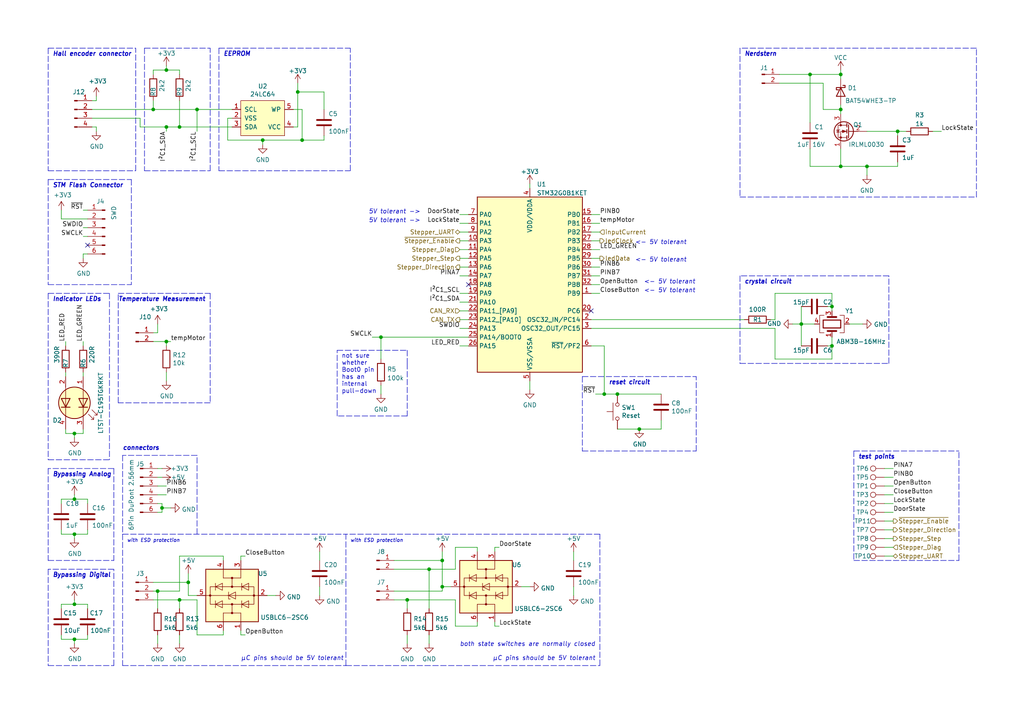
<source format=kicad_sch>
(kicad_sch (version 20211123) (generator eeschema)
  (paper "A4")
  (lib_symbols
    (symbol "Connector:Conn_01x02_Male" (pin_names (offset 1.016) hide)
      (property "Reference" "J" (at 0 2.54 0))
      (property "Value" "Conn_01x02_Male" (at 0 -5.08 0))
      (symbol "Conn_01x02_Male_1_1"
        (pin passive line (at 5.08 0 180) (length 3.81) (name "Pin_1") (number "1"))
        (pin passive line (at 5.08 -2.54 180) (length 3.81) (name "Pin_2") (number "2"))
      )
    )
    (symbol "Connector:Conn_01x03_Male" (pin_names (offset 1.016) hide)
      (property "Reference" "J" (at 0 5.08 0))
      (property "Value" "Conn_01x03_Male" (at 0 -5.08 0))
      (symbol "Conn_01x03_Male_1_1"
        (pin passive line (at 5.08 2.54 180) (length 3.81) (name "Pin_1") (number "1"))
        (pin passive line (at 5.08 0 180) (length 3.81) (name "Pin_2") (number "2"))
        (pin passive line (at 5.08 -2.54 180) (length 3.81) (name "Pin_3") (number "3"))
      )
    )
    (symbol "Connector:Conn_01x04_Male" (pin_names (offset 1.016) hide)
      (property "Reference" "J" (at 0 5.08 0))
      (property "Value" "Conn_01x04_Male" (at 0 -7.62 0))
      (symbol "Conn_01x04_Male_1_1"
        (pin passive line (at 5.08 2.54 180) (length 3.81) (name "Pin_1") (number "1"))
        (pin passive line (at 5.08 0 180) (length 3.81) (name "Pin_2") (number "2"))
        (pin passive line (at 5.08 -2.54 180) (length 3.81) (name "Pin_3") (number "3"))
        (pin passive line (at 5.08 -5.08 180) (length 3.81) (name "Pin_4") (number "4"))
      )
    )
    (symbol "Connector:Conn_01x06_Male" (pin_names (offset 1.016) hide)
      (property "Reference" "J" (at 0 7.62 0))
      (property "Value" "Conn_01x06_Male" (at 0 -10.16 0))
      (symbol "Conn_01x06_Male_1_1"
        (pin passive line (at 5.08 5.08 180) (length 3.81) (name "Pin_1") (number "1"))
        (pin passive line (at 5.08 2.54 180) (length 3.81) (name "Pin_2") (number "2"))
        (pin passive line (at 5.08 0 180) (length 3.81) (name "Pin_3") (number "3"))
        (pin passive line (at 5.08 -2.54 180) (length 3.81) (name "Pin_4") (number "4"))
        (pin passive line (at 5.08 -5.08 180) (length 3.81) (name "Pin_5") (number "5"))
        (pin passive line (at 5.08 -7.62 180) (length 3.81) (name "Pin_6") (number "6"))
      )
    )
    (symbol "Connector:TestPoint" (pin_numbers hide) (pin_names (offset 0.762) hide)
      (property "Reference" "TP" (at 0 6.858 0))
      (property "Value" "TestPoint" (at 0 5.08 0))
      (symbol "TestPoint_1_1"
        (pin passive line (at 0 0 90) (length 2.54) (name "1") (number "1"))
      )
    )
    (symbol "Device:C" (pin_numbers hide) (pin_names (offset 0.254))
      (property "Reference" "C" (at 0.635 2.54 0))
      (property "Value" "C" (at 0.635 -2.54 0))
      (symbol "C_1_1"
        (pin passive line (at 0 3.81 270) (length 2.794) (name "~") (number "1"))
        (pin passive line (at 0 -3.81 90) (length 2.794) (name "~") (number "2"))
      )
    )
    (symbol "Device:Crystal_GND24" (pin_names (offset 1.016) hide)
      (property "Reference" "Y" (at 3.175 5.08 0))
      (property "Value" "Crystal_GND24" (at 3.175 3.175 0))
      (symbol "Crystal_GND24_1_1"
        (pin passive line (at -3.81 0 0) (length 1.27) (name "1") (number "1"))
        (pin passive line (at 0 5.08 270) (length 1.27) (name "2") (number "2"))
        (pin passive line (at 3.81 0 180) (length 1.27) (name "3") (number "3"))
        (pin passive line (at 0 -5.08 90) (length 1.27) (name "4") (number "4"))
      )
    )
    (symbol "Device:D_Schottky" (pin_numbers hide) (pin_names (offset 1.016) hide)
      (property "Reference" "D" (at 0 2.54 0))
      (property "Value" "D_Schottky" (at 0 -2.54 0))
      (symbol "D_Schottky_1_1"
        (pin passive line (at -3.81 0 0) (length 2.54) (name "K") (number "1"))
        (pin passive line (at 3.81 0 180) (length 2.54) (name "A") (number "2"))
      )
    )
    (symbol "Device:LED_Dual_AAKK" (pin_names (offset 0) hide)
      (property "Reference" "D" (at 0 5.715 0))
      (property "Value" "LED_Dual_AAKK" (at 0 -6.35 0))
      (symbol "LED_Dual_AAKK_1_1"
        (pin input line (at -7.62 2.54 0) (length 3.048) (name "A1") (number "1"))
        (pin input line (at -7.62 -2.54 0) (length 3.048) (name "A2") (number "2"))
        (pin input line (at 7.62 2.54 180) (length 3.81) (name "K1") (number "3"))
        (pin input line (at 7.62 -2.54 180) (length 3.81) (name "K2") (number "4"))
      )
    )
    (symbol "Device:Q_NMOS_SGD" (pin_names (offset 0) hide)
      (property "Reference" "Q" (at 5.08 1.27 0))
      (property "Value" "Q_NMOS_SGD" (at 5.08 -1.27 0))
      (symbol "Q_NMOS_SGD_1_1"
        (pin passive line (at 2.54 -5.08 90) (length 2.54) (name "S") (number "1"))
        (pin input line (at -5.08 0 0) (length 5.08) (name "G") (number "2"))
        (pin passive line (at 2.54 5.08 270) (length 2.54) (name "D") (number "3"))
      )
    )
    (symbol "Device:R" (pin_numbers hide) (pin_names (offset 0))
      (property "Reference" "R" (at 2.032 0 90))
      (property "Value" "R" (at 0 0 90))
      (symbol "R_1_1"
        (pin passive line (at 0 3.81 270) (length 1.27) (name "~") (number "1"))
        (pin passive line (at 0 -3.81 90) (length 1.27) (name "~") (number "2"))
      )
    )
    (symbol "MCU_ST_STM32G0:STM32G071KxT"
      (property "Reference" "U" (at -15.24 26.67 0))
      (property "Value" "STM32G071KxT" (at 1.27 26.67 0))
      (symbol "STM32G071KxT_1_1"
        (pin bidirectional line (at 17.78 -2.54 180) (length 2.54) (name "PB9") (number "1"))
        (pin bidirectional line (at -17.78 12.7 0) (length 2.54) (name "PA3") (number "10"))
        (pin bidirectional line (at -17.78 10.16 0) (length 2.54) (name "PA4") (number "11"))
        (pin bidirectional line (at -17.78 7.62 0) (length 2.54) (name "PA5") (number "12"))
        (pin bidirectional line (at -17.78 5.08 0) (length 2.54) (name "PA6") (number "13"))
        (pin bidirectional line (at -17.78 2.54 0) (length 2.54) (name "PA7") (number "14"))
        (pin bidirectional line (at 17.78 20.32 180) (length 2.54) (name "PB0") (number "15"))
        (pin bidirectional line (at 17.78 17.78 180) (length 2.54) (name "PB1") (number "16"))
        (pin bidirectional line (at 17.78 15.24 180) (length 2.54) (name "PB2") (number "17"))
        (pin bidirectional line (at -17.78 0 0) (length 2.54) (name "PA8") (number "18"))
        (pin bidirectional line (at -17.78 -2.54 0) (length 2.54) (name "PA9") (number "19"))
        (pin bidirectional line (at 17.78 -10.16 180) (length 2.54) (name "OSC32_IN/PC14") (number "2"))
        (pin bidirectional line (at 17.78 -7.62 180) (length 2.54) (name "PC6") (number "20"))
        (pin bidirectional line (at -17.78 -5.08 0) (length 2.54) (name "PA10") (number "21"))
        (pin bidirectional line (at -17.78 -7.62 0) (length 2.54) (name "PA11_[PA9]") (number "22"))
        (pin bidirectional line (at -17.78 -10.16 0) (length 2.54) (name "PA12_[PA10]") (number "23"))
        (pin bidirectional line (at -17.78 -12.7 0) (length 2.54) (name "PA13") (number "24"))
        (pin bidirectional line (at -17.78 -15.24 0) (length 2.54) (name "PA14/BOOT0") (number "25"))
        (pin bidirectional line (at -17.78 -17.78 0) (length 2.54) (name "PA15") (number "26"))
        (pin bidirectional line (at 17.78 12.7 180) (length 2.54) (name "PB3") (number "27"))
        (pin bidirectional line (at 17.78 10.16 180) (length 2.54) (name "PB4") (number "28"))
        (pin bidirectional line (at 17.78 7.62 180) (length 2.54) (name "PB5") (number "29"))
        (pin bidirectional line (at 17.78 -12.7 180) (length 2.54) (name "OSC32_OUT/PC15") (number "3"))
        (pin bidirectional line (at 17.78 5.08 180) (length 2.54) (name "PB6") (number "30"))
        (pin bidirectional line (at 17.78 2.54 180) (length 2.54) (name "PB7") (number "31"))
        (pin bidirectional line (at 17.78 0 180) (length 2.54) (name "PB8") (number "32"))
        (pin power_in line (at 0 27.94 270) (length 2.54) (name "VDD/VDDA") (number "4"))
        (pin power_in line (at 0 -27.94 90) (length 2.54) (name "VSS/VSSA") (number "5"))
        (pin bidirectional line (at 17.78 -17.78 180) (length 2.54) (name "~{RST}/PF2") (number "6"))
        (pin bidirectional line (at -17.78 20.32 0) (length 2.54) (name "PA0") (number "7"))
        (pin bidirectional line (at -17.78 17.78 0) (length 2.54) (name "PA1") (number "8"))
        (pin bidirectional line (at -17.78 15.24 0) (length 2.54) (name "PA2") (number "9"))
      )
    )
    (symbol "Power_Protection:USBLC6-2SC6" (pin_names hide)
      (property "Reference" "U" (at 2.54 8.89 0))
      (property "Value" "USBLC6-2SC6" (at 2.54 -8.89 0))
      (symbol "USBLC6-2SC6_1_1"
        (pin passive line (at -10.16 -2.54 0) (length 2.54) (name "I/O1") (number "1"))
        (pin passive line (at 0 -10.16 90) (length 2.54) (name "GND") (number "2"))
        (pin passive line (at 10.16 -2.54 180) (length 2.54) (name "I/O2") (number "3"))
        (pin passive line (at 10.16 2.54 180) (length 2.54) (name "I/O2") (number "4"))
        (pin passive line (at 0 10.16 270) (length 2.54) (name "VBUS") (number "5"))
        (pin passive line (at -10.16 2.54 0) (length 2.54) (name "I/O1") (number "6"))
      )
    )
    (symbol "Switch:SW_Push" (pin_numbers hide) (pin_names (offset 1.016) hide)
      (property "Reference" "SW" (at 1.27 2.54 0))
      (property "Value" "SW_Push" (at 0 -1.524 0))
      (symbol "SW_Push_0_1"
        (pin passive line (at -5.08 0 0) (length 2.54) (name "1") (number "1"))
        (pin passive line (at 5.08 0 180) (length 2.54) (name "2") (number "2"))
      )
    )
    (symbol "extraSymbols:24LC64" (pin_names (offset 1.016))
      (property "Reference" "U?" (at 0 10.541 0))
      (property "Value" "24LC64" (at 0 8.2296 0))
      (symbol "24LC64_1_1"
        (pin input line (at -8.89 3.81 0) (length 2.54) (name "SCL") (number "1"))
        (pin power_in line (at -8.89 1.27 0) (length 2.54) (name "VSS") (number "2"))
        (pin bidirectional line (at -8.89 -1.27 0) (length 2.54) (name "SDA") (number "3"))
        (pin power_in line (at 8.89 -1.27 180) (length 2.54) (name "VCC") (number "4"))
        (pin input line (at 8.89 3.81 180) (length 2.54) (name "WP") (number "5"))
      )
    )
    (symbol "power:+3.3V" (power) (pin_names (offset 0))
      (property "Value" "+3.3V" (at 0 3.556 0))
      (symbol "+3.3V_1_1"
        (pin power_in line (at 0 0 90) (length 0) hide (name "+3V3") (number "1"))
      )
    )
    (symbol "power:+3V3" (power) (pin_names (offset 0))
      (property "Value" "+3V3" (at 0 3.556 0))
      (symbol "+3V3_1_1"
        (pin power_in line (at 0 0 90) (length 0) hide (name "+3V3") (number "1"))
      )
    )
    (symbol "power:+5V" (power) (pin_names (offset 0))
      (property "Value" "+5V" (at 0 3.556 0))
      (symbol "+5V_1_1"
        (pin power_in line (at 0 0 90) (length 0) hide (name "+5V") (number "1"))
      )
    )
    (symbol "power:GND" (power) (pin_names (offset 0))
      (property "Value" "GND" (at 0 -3.81 0))
      (symbol "GND_1_1"
        (pin power_in line (at 0 0 270) (length 0) hide (name "GND") (number "1"))
      )
    )
    (symbol "power:VCC" (power) (pin_names (offset 0))
      (property "Value" "VCC" (at 0 3.81 0))
      (symbol "VCC_1_1"
        (pin power_in line (at 0 0 90) (length 0) hide (name "VCC") (number "1"))
      )
    )
  )
  (junction (at 87.63 40.64))
  (junction (at 128.27 162.56))
  (junction (at 118.11 173.99))
  (junction (at 185.42 124.46))
  (junction (at 54.61 168.91))
  (junction (at 232.41 93.98))
  (junction (at 21.59 185.42))
  (junction (at 179.07 114.3))
  (junction (at 52.07 173.99))
  (junction (at 52.07 36.83))
  (junction (at 128.27 170.18))
  (junction (at 21.59 125.73))
  (junction (at 243.84 31.75))
  (junction (at 45.72 171.45))
  (junction (at 124.46 165.1))
  (junction (at 46.99 147.32))
  (junction (at 21.59 154.94))
  (junction (at 241.3 88.9))
  (junction (at 44.45 31.75))
  (junction (at 86.36 26.67))
  (junction (at 48.26 36.83))
  (junction (at 243.84 48.26))
  (junction (at 48.26 20.32))
  (junction (at 251.46 48.26))
  (junction (at 175.26 114.3))
  (junction (at 110.49 97.79))
  (junction (at 241.3 100.33))
  (junction (at 260.35 38.1))
  (junction (at 57.15 31.75))
  (junction (at 76.2 40.64))
  (junction (at 234.95 21.59))
  (junction (at 21.59 144.78))
  (junction (at 21.59 175.26))
  (junction (at 243.84 21.59))
  (junction (at 48.26 99.06))
  (no_connect (at 135.89 82.55))
  (no_connect (at 171.45 90.17))
  (no_connect (at 25.4 71.12))
  (wire (pts (xy 241.3 104.14) (xy 224.79 104.14)))
  (wire (pts (xy 256.54 143.51) (xy 259.08 143.51)))
  (wire (pts (xy 133.35 92.71) (xy 135.89 92.71)))
  (wire (pts (xy 153.67 110.49) (xy 153.67 113.03)))
  (wire (pts (xy 57.15 31.75) (xy 57.15 38.1)))
  (wire (pts (xy 92.71 170.18) (xy 92.71 172.72)))
  (wire (pts (xy 69.85 182.88) (xy 69.85 184.15)))
  (wire (pts (xy 44.45 99.06) (xy 48.26 99.06)))
  (polyline (pts (xy 13.97 49.53) (xy 39.37 49.53)))
  (wire (pts (xy 24.13 109.22) (xy 24.13 107.95)))
  (wire (pts (xy 256.54 161.29) (xy 259.08 161.29)))
  (wire (pts (xy 87.63 40.64) (xy 93.98 40.64)))
  (wire (pts (xy 171.45 85.09) (xy 173.99 85.09)))
  (wire (pts (xy 179.07 114.3) (xy 191.77 114.3)))
  (wire (pts (xy 124.46 165.1) (xy 124.46 176.53)))
  (polyline (pts (xy 97.79 101.6) (xy 118.11 101.6)))
  (wire (pts (xy 241.3 100.33) (xy 240.03 100.33)))
  (polyline (pts (xy 35.56 193.04) (xy 100.33 193.04)))
  (wire (pts (xy 110.49 97.79) (xy 135.89 97.79)))
  (polyline (pts (xy 13.97 133.35) (xy 31.75 133.35)))
  (wire (pts (xy 48.26 19.05) (xy 48.26 20.32)))
  (wire (pts (xy 143.51 158.75) (xy 144.78 158.75)))
  (wire (pts (xy 17.78 176.53) (xy 17.78 175.26)))
  (polyline (pts (xy 41.91 13.97) (xy 60.96 13.97)))
  (wire (pts (xy 243.84 21.59) (xy 243.84 22.86)))
  (polyline (pts (xy 97.79 120.65) (xy 97.79 101.6)))
  (polyline (pts (xy 13.97 193.04) (xy 33.02 193.04)))
  (wire (pts (xy 241.3 85.09) (xy 224.79 85.09)))
  (wire (pts (xy 25.4 185.42) (xy 21.59 185.42)))
  (wire (pts (xy 138.43 180.34) (xy 138.43 181.61)))
  (wire (pts (xy 226.06 21.59) (xy 234.95 21.59)))
  (wire (pts (xy 171.45 77.47) (xy 173.99 77.47)))
  (wire (pts (xy 52.07 29.21) (xy 52.07 36.83)))
  (polyline (pts (xy 283.21 13.97) (xy 214.63 13.97)))
  (wire (pts (xy 236.22 93.98) (xy 232.41 93.98)))
  (wire (pts (xy 251.46 48.26) (xy 243.84 48.26)))
  (polyline (pts (xy 168.91 109.22) (xy 201.93 109.22)))
  (wire (pts (xy 133.35 64.77) (xy 135.89 64.77)))
  (wire (pts (xy 44.45 96.52) (xy 45.72 96.52)))
  (wire (pts (xy 44.45 21.59) (xy 44.45 20.32)))
  (wire (pts (xy 232.41 93.98) (xy 232.41 88.9)))
  (wire (pts (xy 133.35 62.23) (xy 135.89 62.23)))
  (polyline (pts (xy 35.56 154.94) (xy 35.56 193.04)))
  (wire (pts (xy 171.45 95.25) (xy 224.79 95.25)))
  (wire (pts (xy 93.98 31.75) (xy 93.98 26.67)))
  (wire (pts (xy 45.72 93.98) (xy 45.72 96.52)))
  (polyline (pts (xy 257.81 80.01) (xy 214.63 80.01)))
  (polyline (pts (xy 35.56 154.94) (xy 100.33 154.94)))
  (polyline (pts (xy 63.5 13.97) (xy 63.5 49.53)))
  (wire (pts (xy 45.72 184.15) (xy 45.72 186.69)))
  (wire (pts (xy 171.45 72.39) (xy 173.99 72.39)))
  (wire (pts (xy 26.67 29.21) (xy 27.94 29.21)))
  (wire (pts (xy 44.45 29.21) (xy 44.45 31.75)))
  (wire (pts (xy 21.59 144.78) (xy 21.59 143.51)))
  (wire (pts (xy 166.37 170.18) (xy 166.37 172.72)))
  (wire (pts (xy 17.78 144.78) (xy 21.59 144.78)))
  (wire (pts (xy 67.31 34.29) (xy 66.04 34.29)))
  (polyline (pts (xy 63.5 13.97) (xy 101.6 13.97)))
  (polyline (pts (xy 247.65 130.81) (xy 247.65 162.56)))
  (wire (pts (xy 21.59 144.78) (xy 25.4 144.78)))
  (wire (pts (xy 87.63 31.75) (xy 87.63 40.64)))
  (wire (pts (xy 241.3 97.79) (xy 241.3 100.33)))
  (wire (pts (xy 19.05 125.73) (xy 21.59 125.73)))
  (wire (pts (xy 124.46 184.15) (xy 124.46 186.69)))
  (wire (pts (xy 46.99 147.32) (xy 46.99 148.59)))
  (polyline (pts (xy 60.96 116.84) (xy 34.29 116.84)))
  (polyline (pts (xy 33.02 165.1) (xy 13.97 165.1)))
  (polyline (pts (xy 63.5 49.53) (xy 101.6 49.53)))
  (polyline (pts (xy 173.99 154.94) (xy 100.33 154.94)))
  (wire (pts (xy 171.45 80.01) (xy 173.99 80.01)))
  (wire (pts (xy 133.35 100.33) (xy 135.89 100.33)))
  (wire (pts (xy 24.13 100.33) (xy 24.13 99.06)))
  (wire (pts (xy 17.78 185.42) (xy 21.59 185.42)))
  (wire (pts (xy 52.07 173.99) (xy 52.07 176.53)))
  (polyline (pts (xy 201.93 130.81) (xy 201.93 109.22)))
  (polyline (pts (xy 257.81 105.41) (xy 257.81 80.01)))
  (wire (pts (xy 185.42 124.46) (xy 191.77 124.46)))
  (wire (pts (xy 175.26 114.3) (xy 175.26 100.33)))
  (wire (pts (xy 52.07 173.99) (xy 57.15 173.99)))
  (wire (pts (xy 133.35 72.39) (xy 135.89 72.39)))
  (wire (pts (xy 46.99 146.05) (xy 45.72 146.05)))
  (wire (pts (xy 25.4 68.58) (xy 24.13 68.58)))
  (wire (pts (xy 69.85 161.29) (xy 71.12 161.29)))
  (wire (pts (xy 241.3 100.33) (xy 241.3 104.14)))
  (polyline (pts (xy 118.11 120.65) (xy 97.79 120.65)))
  (wire (pts (xy 21.59 173.99) (xy 21.59 175.26)))
  (polyline (pts (xy 278.13 162.56) (xy 278.13 130.81)))
  (wire (pts (xy 57.15 173.99) (xy 57.15 184.15)))
  (polyline (pts (xy 34.29 85.09) (xy 60.96 85.09)))
  (wire (pts (xy 256.54 158.75) (xy 259.08 158.75)))
  (wire (pts (xy 19.05 124.46) (xy 19.05 125.73)))
  (wire (pts (xy 260.35 48.26) (xy 251.46 48.26)))
  (wire (pts (xy 138.43 160.02) (xy 138.43 158.75)))
  (wire (pts (xy 270.51 38.1) (xy 273.05 38.1)))
  (wire (pts (xy 48.26 36.83) (xy 52.07 36.83)))
  (wire (pts (xy 241.3 88.9) (xy 241.3 85.09)))
  (polyline (pts (xy 39.37 49.53) (xy 39.37 13.97)))
  (wire (pts (xy 172.72 114.3) (xy 175.26 114.3)))
  (polyline (pts (xy 214.63 57.15) (xy 283.21 57.15)))
  (polyline (pts (xy 35.56 132.08) (xy 35.56 154.94)))
  (wire (pts (xy 241.3 90.17) (xy 241.3 88.9)))
  (wire (pts (xy 26.67 34.29) (xy 40.64 34.29)))
  (wire (pts (xy 243.84 21.59) (xy 243.84 20.32)))
  (wire (pts (xy 256.54 156.21) (xy 259.08 156.21)))
  (wire (pts (xy 226.06 24.13) (xy 238.76 24.13)))
  (wire (pts (xy 128.27 162.56) (xy 128.27 170.18)))
  (wire (pts (xy 250.19 93.98) (xy 246.38 93.98)))
  (polyline (pts (xy 214.63 80.01) (xy 214.63 105.41)))
  (wire (pts (xy 128.27 171.45) (xy 128.27 170.18)))
  (wire (pts (xy 86.36 24.13) (xy 86.36 26.67)))
  (wire (pts (xy 21.59 127) (xy 21.59 125.73)))
  (wire (pts (xy 76.2 40.64) (xy 76.2 41.91)))
  (wire (pts (xy 243.84 33.02) (xy 243.84 31.75)))
  (wire (pts (xy 64.77 182.88) (xy 64.77 184.15)))
  (polyline (pts (xy 33.02 193.04) (xy 33.02 165.1)))
  (wire (pts (xy 17.78 60.96) (xy 17.78 63.5)))
  (polyline (pts (xy 118.11 101.6) (xy 118.11 105.41)))
  (polyline (pts (xy 13.97 135.89) (xy 13.97 162.56)))
  (wire (pts (xy 54.61 168.91) (xy 54.61 166.37)))
  (wire (pts (xy 133.35 67.31) (xy 135.89 67.31)))
  (wire (pts (xy 45.72 171.45) (xy 45.72 176.53)))
  (polyline (pts (xy 34.29 116.84) (xy 34.29 85.09)))
  (wire (pts (xy 171.45 74.93) (xy 173.99 74.93)))
  (wire (pts (xy 54.61 168.91) (xy 54.61 172.72)))
  (wire (pts (xy 153.67 53.34) (xy 153.67 54.61)))
  (wire (pts (xy 179.07 124.46) (xy 185.42 124.46)))
  (wire (pts (xy 133.35 85.09) (xy 135.89 85.09)))
  (wire (pts (xy 25.4 144.78) (xy 25.4 146.05)))
  (wire (pts (xy 27.94 36.83) (xy 27.94 38.1)))
  (polyline (pts (xy 13.97 85.09) (xy 31.75 85.09)))
  (wire (pts (xy 21.59 154.94) (xy 21.59 156.21)))
  (wire (pts (xy 25.4 184.15) (xy 25.4 185.42)))
  (wire (pts (xy 21.59 175.26) (xy 25.4 175.26)))
  (polyline (pts (xy 13.97 82.55) (xy 38.1 82.55)))
  (polyline (pts (xy 168.91 109.22) (xy 168.91 130.81)))
  (polyline (pts (xy 33.02 135.89) (xy 13.97 135.89)))
  (wire (pts (xy 143.51 160.02) (xy 143.51 158.75)))
  (wire (pts (xy 17.78 175.26) (xy 21.59 175.26)))
  (wire (pts (xy 48.26 99.06) (xy 48.26 100.33)))
  (wire (pts (xy 44.45 173.99) (xy 52.07 173.99)))
  (wire (pts (xy 107.95 97.79) (xy 110.49 97.79)))
  (wire (pts (xy 124.46 165.1) (xy 132.08 165.1)))
  (wire (pts (xy 256.54 148.59) (xy 259.08 148.59)))
  (wire (pts (xy 45.72 138.43) (xy 46.99 138.43)))
  (wire (pts (xy 25.4 154.94) (xy 25.4 153.67)))
  (wire (pts (xy 48.26 20.32) (xy 52.07 20.32)))
  (polyline (pts (xy 60.96 85.09) (xy 60.96 116.84)))
  (wire (pts (xy 138.43 181.61) (xy 132.08 181.61)))
  (wire (pts (xy 262.89 38.1) (xy 260.35 38.1)))
  (polyline (pts (xy 283.21 57.15) (xy 283.21 13.97)))
  (wire (pts (xy 171.45 67.31) (xy 173.99 67.31)))
  (wire (pts (xy 44.45 171.45) (xy 45.72 171.45)))
  (wire (pts (xy 52.07 20.32) (xy 52.07 21.59)))
  (wire (pts (xy 133.35 95.25) (xy 135.89 95.25)))
  (wire (pts (xy 243.84 30.48) (xy 243.84 31.75)))
  (wire (pts (xy 133.35 90.17) (xy 135.89 90.17)))
  (wire (pts (xy 17.78 144.78) (xy 17.78 146.05)))
  (wire (pts (xy 66.04 34.29) (xy 66.04 40.64)))
  (wire (pts (xy 110.49 111.76) (xy 110.49 114.3)))
  (polyline (pts (xy 57.15 154.94) (xy 57.15 132.08)))
  (wire (pts (xy 256.54 153.67) (xy 259.08 153.67)))
  (wire (pts (xy 52.07 161.29) (xy 52.07 171.45)))
  (wire (pts (xy 40.64 34.29) (xy 40.64 36.83)))
  (polyline (pts (xy 247.65 130.81) (xy 278.13 130.81)))
  (wire (pts (xy 69.85 162.56) (xy 69.85 161.29)))
  (wire (pts (xy 243.84 43.18) (xy 243.84 48.26)))
  (wire (pts (xy 224.79 85.09) (xy 224.79 92.71)))
  (polyline (pts (xy 60.96 49.53) (xy 60.96 13.97)))
  (polyline (pts (xy 100.33 193.04) (xy 173.99 193.04)))
  (wire (pts (xy 44.45 20.32) (xy 48.26 20.32)))
  (wire (pts (xy 49.53 99.06) (xy 48.26 99.06)))
  (wire (pts (xy 175.26 100.33) (xy 171.45 100.33)))
  (wire (pts (xy 57.15 172.72) (xy 54.61 172.72)))
  (wire (pts (xy 130.81 170.18) (xy 128.27 170.18)))
  (wire (pts (xy 234.95 48.26) (xy 234.95 43.18)))
  (wire (pts (xy 25.4 60.96) (xy 24.13 60.96)))
  (polyline (pts (xy 41.91 49.53) (xy 60.96 49.53)))
  (wire (pts (xy 71.12 184.15) (xy 69.85 184.15)))
  (wire (pts (xy 86.36 26.67) (xy 86.36 36.83)))
  (polyline (pts (xy 168.91 130.81) (xy 201.93 130.81)))
  (wire (pts (xy 256.54 140.97) (xy 259.08 140.97)))
  (wire (pts (xy 44.45 168.91) (xy 54.61 168.91)))
  (wire (pts (xy 151.13 170.18) (xy 153.67 170.18)))
  (wire (pts (xy 256.54 138.43) (xy 259.08 138.43)))
  (wire (pts (xy 132.08 158.75) (xy 132.08 165.1)))
  (wire (pts (xy 77.47 172.72) (xy 80.01 172.72)))
  (wire (pts (xy 114.3 171.45) (xy 128.27 171.45)))
  (polyline (pts (xy 173.99 193.04) (xy 173.99 154.94)))
  (wire (pts (xy 44.45 31.75) (xy 57.15 31.75)))
  (wire (pts (xy 232.41 93.98) (xy 229.87 93.98)))
  (wire (pts (xy 238.76 31.75) (xy 243.84 31.75)))
  (wire (pts (xy 171.45 64.77) (xy 173.99 64.77)))
  (wire (pts (xy 256.54 146.05) (xy 259.08 146.05)))
  (wire (pts (xy 40.64 36.83) (xy 48.26 36.83)))
  (wire (pts (xy 118.11 184.15) (xy 118.11 186.69)))
  (polyline (pts (xy 33.02 135.89) (xy 33.02 162.56)))
  (wire (pts (xy 133.35 69.85) (xy 135.89 69.85)))
  (wire (pts (xy 133.35 77.47) (xy 135.89 77.47)))
  (polyline (pts (xy 247.65 162.56) (xy 278.13 162.56)))
  (wire (pts (xy 92.71 160.02) (xy 92.71 162.56)))
  (wire (pts (xy 238.76 24.13) (xy 238.76 31.75)))
  (wire (pts (xy 118.11 173.99) (xy 132.08 173.99)))
  (wire (pts (xy 17.78 63.5) (xy 25.4 63.5)))
  (polyline (pts (xy 13.97 162.56) (xy 33.02 162.56)))
  (wire (pts (xy 260.35 46.99) (xy 260.35 48.26)))
  (wire (pts (xy 21.59 125.73) (xy 24.13 125.73)))
  (polyline (pts (xy 101.6 49.53) (xy 101.6 13.97)))
  (wire (pts (xy 260.35 38.1) (xy 260.35 39.37)))
  (wire (pts (xy 114.3 162.56) (xy 128.27 162.56)))
  (polyline (pts (xy 57.15 132.08) (xy 35.56 132.08)))
  (wire (pts (xy 76.2 40.64) (xy 87.63 40.64)))
  (wire (pts (xy 64.77 162.56) (xy 64.77 161.29)))
  (wire (pts (xy 48.26 36.83) (xy 48.26 38.1)))
  (wire (pts (xy 21.59 154.94) (xy 25.4 154.94)))
  (wire (pts (xy 114.3 173.99) (xy 118.11 173.99)))
  (wire (pts (xy 26.67 31.75) (xy 44.45 31.75)))
  (wire (pts (xy 171.45 82.55) (xy 173.99 82.55)))
  (wire (pts (xy 25.4 66.04) (xy 24.13 66.04)))
  (wire (pts (xy 85.09 36.83) (xy 86.36 36.83)))
  (polyline (pts (xy 100.33 193.04) (xy 100.33 154.94)))
  (wire (pts (xy 25.4 73.66) (xy 24.13 73.66)))
  (wire (pts (xy 52.07 36.83) (xy 67.31 36.83)))
  (wire (pts (xy 133.35 74.93) (xy 135.89 74.93)))
  (wire (pts (xy 223.52 92.71) (xy 224.79 92.71)))
  (wire (pts (xy 45.72 140.97) (xy 48.26 140.97)))
  (wire (pts (xy 232.41 100.33) (xy 232.41 93.98)))
  (wire (pts (xy 251.46 38.1) (xy 260.35 38.1)))
  (wire (pts (xy 191.77 124.46) (xy 191.77 121.92)))
  (polyline (pts (xy 13.97 52.07) (xy 38.1 52.07)))
  (polyline (pts (xy 41.91 13.97) (xy 41.91 49.53)))
  (wire (pts (xy 234.95 21.59) (xy 234.95 35.56)))
  (wire (pts (xy 224.79 104.14) (xy 224.79 95.25)))
  (wire (pts (xy 144.78 181.61) (xy 143.51 181.61)))
  (polyline (pts (xy 13.97 52.07) (xy 13.97 82.55)))
  (wire (pts (xy 133.35 80.01) (xy 135.89 80.01)))
  (polyline (pts (xy 31.75 85.09) (xy 31.75 133.35)))
  (polyline (pts (xy 38.1 52.07) (xy 38.1 82.55)))
  (polyline (pts (xy 13.97 85.09) (xy 13.97 133.35)))
  (polyline (pts (xy 13.97 13.97) (xy 39.37 13.97)))
  (wire (pts (xy 19.05 109.22) (xy 19.05 107.95)))
  (wire (pts (xy 114.3 165.1) (xy 124.46 165.1)))
  (wire (pts (xy 256.54 135.89) (xy 259.08 135.89)))
  (polyline (pts (xy 214.63 105.41) (xy 257.81 105.41)))
  (wire (pts (xy 45.72 171.45) (xy 52.07 171.45)))
  (wire (pts (xy 171.45 62.23) (xy 173.99 62.23)))
  (wire (pts (xy 241.3 88.9) (xy 240.03 88.9)))
  (wire (pts (xy 66.04 40.64) (xy 76.2 40.64)))
  (wire (pts (xy 21.59 185.42) (xy 21.59 186.69)))
  (polyline (pts (xy 118.11 105.41) (xy 118.11 120.65)))
  (wire (pts (xy 27.94 29.21) (xy 27.94 27.94)))
  (wire (pts (xy 17.78 154.94) (xy 21.59 154.94)))
  (wire (pts (xy 93.98 40.64) (xy 93.98 39.37)))
  (wire (pts (xy 85.09 31.75) (xy 87.63 31.75)))
  (wire (pts (xy 25.4 176.53) (xy 25.4 175.26)))
  (polyline (pts (xy 13.97 165.1) (xy 13.97 193.04)))
  (wire (pts (xy 24.13 73.66) (xy 24.13 74.93)))
  (wire (pts (xy 171.45 69.85) (xy 173.99 69.85)))
  (wire (pts (xy 45.72 143.51) (xy 48.26 143.51)))
  (wire (pts (xy 19.05 100.33) (xy 19.05 99.06)))
  (wire (pts (xy 132.08 173.99) (xy 132.08 181.61)))
  (wire (pts (xy 143.51 180.34) (xy 143.51 181.61)))
  (wire (pts (xy 46.99 147.32) (xy 49.53 147.32)))
  (wire (pts (xy 52.07 184.15) (xy 52.07 186.69)))
  (wire (pts (xy 166.37 160.02) (xy 166.37 162.56)))
  (wire (pts (xy 46.99 148.59) (xy 45.72 148.59)))
  (wire (pts (xy 171.45 92.71) (xy 215.9 92.71)))
  (wire (pts (xy 17.78 154.94) (xy 17.78 153.67)))
  (wire (pts (xy 234.95 48.26) (xy 243.84 48.26)))
  (wire (pts (xy 26.67 36.83) (xy 27.94 36.83)))
  (wire (pts (xy 48.26 107.95) (xy 48.26 110.49)))
  (wire (pts (xy 64.77 184.15) (xy 57.15 184.15)))
  (wire (pts (xy 128.27 162.56) (xy 128.27 160.02)))
  (wire (pts (xy 133.35 87.63) (xy 135.89 87.63)))
  (wire (pts (xy 175.26 114.3) (xy 179.07 114.3)))
  (wire (pts (xy 251.46 48.26) (xy 251.46 50.8)))
  (wire (pts (xy 132.08 158.75) (xy 138.43 158.75)))
  (polyline (pts (xy 214.63 13.97) (xy 214.63 57.15)))
  (wire (pts (xy 24.13 125.73) (xy 24.13 124.46)))
  (wire (pts (xy 52.07 161.29) (xy 64.77 161.29)))
  (wire (pts (xy 93.98 26.67) (xy 86.36 26.67)))
  (wire (pts (xy 234.95 21.59) (xy 243.84 21.59)))
  (wire (pts (xy 256.54 151.13) (xy 259.08 151.13)))
  (wire (pts (xy 17.78 185.42) (xy 17.78 184.15)))
  (wire (pts (xy 118.11 173.99) (xy 118.11 176.53)))
  (polyline (pts (xy 13.97 13.97) (xy 13.97 49.53)))
  (wire (pts (xy 45.72 135.89) (xy 46.99 135.89)))
  (wire (pts (xy 110.49 97.79) (xy 110.49 104.14)))
  (wire (pts (xy 46.99 146.05) (xy 46.99 147.32)))
  (wire (pts (xy 57.15 31.75) (xy 67.31 31.75)))
  (text "5V tolerant ->" (at 121.92 62.23 180) (effects (font (size 1.27 1.27) italic) (justify right bottom)))
  (text "crystal circuit" (at 215.9 82.55 0) (effects (font (size 1.27 1.27) bold italic) (justify left bottom)))
  (text "µC pins should be 5V tolerant" (at 69.85 191.77 0) (effects (font (size 1.27 1.27) italic) (justify left bottom)))
  (text "Bypassing Digital" (at 15.24 167.64 0) (effects (font (size 1.27 1.27) (thickness 0.254) bold italic) (justify left bottom)))
  (text "Nerdstern" (at 215.9 16.51 0) (effects (font (size 1.27 1.27) bold italic) (justify left bottom)))
  (text "Bypassing Analog" (at 15.24 138.43 0) (effects (font (size 1.27 1.27) (thickness 0.254) bold italic) (justify left bottom)))
  (text "reset circuit" (at 176.53 111.76 0) (effects (font (size 1.27 1.27) bold italic) (justify left bottom)))
  (text "not sure \nwhether \nBoot0 pin\nhas an\ninternal \npull-down" (at 99.06 114.3 0) (effects (font (size 1.27 1.27)) (justify left bottom)))
  (text "test points" (at 248.92 133.35 0) (effects (font (size 1.27 1.27) (thickness 0.254) bold italic) (justify left bottom)))
  (text "<- 5V tolerant" (at 184.15 76.2 0) (effects (font (size 1.27 1.27) italic) (justify left bottom)))
  (text "5V tolerant ->" (at 121.92 64.77 180) (effects (font (size 1.27 1.27) italic) (justify right bottom)))
  (text "with ESD protection" (at 36.83 157.48 0) (effects (font (size 1.016 1.016) italic) (justify left bottom)))
  (text "Indicator LEDs" (at 15.24 87.63 0) (effects (font (size 1.27 1.27) (thickness 0.254) bold italic) (justify left bottom)))
  (text "Hall encoder connector" (at 15.24 16.51 0) (effects (font (size 1.27 1.27) (thickness 0.254) bold italic) (justify left bottom)))
  (text "<- 5V tolerant" (at 186.69 85.09 0) (effects (font (size 1.27 1.27) italic) (justify left bottom)))
  (text "both state switches are normally closed\n\nµC pins should be 5V tolerant" (at 172.72 191.77 0) (effects (font (size 1.27 1.27) italic) (justify right bottom)))
  (text "with ESD protection" (at 101.6 157.48 0) (effects (font (size 1.016 1.016) italic) (justify left bottom)))
  (text "connectors" (at 35.56 130.81 0) (effects (font (size 1.27 1.27) (thickness 0.254) bold italic) (justify left bottom)))
  (text "<- 5V tolerant" (at 186.69 82.55 0) (effects (font (size 1.27 1.27) italic) (justify left bottom)))
  (text "<- 5V tolerant" (at 184.15 71.12 0) (effects (font (size 1.27 1.27) italic) (justify left bottom)))
  (text "EEPROM" (at 64.77 16.51 0) (effects (font (size 1.27 1.27) (thickness 0.254) bold italic) (justify left bottom)))
  (text "Temperature Measurement" (at 34.29 87.63 0) (effects (font (size 1.27 1.27) (thickness 0.254) bold italic) (justify left bottom)))
  (text "STM Flash Connector" (at 15.24 54.61 0) (effects (font (size 1.27 1.27) (thickness 0.254) bold italic) (justify left bottom)))
  (label "CloseButton" (at 259.08 143.51 0))
  (label "LED_RED" (at 133.35 100.33 180))
  (label "PINA7" (at 133.35 80.01 180))
  (label "tempMotor" (at 49.53 99.06 0))
  (label "~{RST}" (at 24.13 60.96 180))
  (label "LockState" (at 133.35 64.77 180))
  (label "LED_RED" (at 19.05 99.06 90))
  (label "SWCLK" (at 107.95 97.79 180))
  (label "SWCLK" (at 24.13 68.58 180))
  (label "LED_GREEN" (at 173.99 72.39 0))
  (label "OpenButton" (at 71.12 184.15 0))
  (label "LockState" (at 259.08 146.05 0))
  (label "PINB0" (at 173.99 62.23 0))
  (label "PINB0" (at 259.08 138.43 0))
  (label "LockState" (at 144.78 181.61 0))
  (label "OpenButton" (at 259.08 140.97 0))
  (label "I²C1_SDA" (at 133.35 87.63 180))
  (label "I²C1_SCL" (at 133.35 85.09 180))
  (label "I²C1_SCL" (at 57.15 38.1 270))
  (label "LockState" (at 273.05 38.1 0))
  (label "DoorState" (at 133.35 62.23 180))
  (label "DoorState" (at 144.78 158.75 0))
  (label "PINB6" (at 173.99 77.47 0))
  (label "~{RST}" (at 172.72 114.3 180))
  (label "SWDIO" (at 24.13 66.04 180))
  (label "PINB7" (at 48.26 143.51 0))
  (label "PINA7" (at 259.08 135.89 0))
  (label "CloseButton" (at 173.99 85.09 0))
  (label "LED_GREEN" (at 24.13 99.06 90))
  (label "tempMotor" (at 173.99 64.77 0))
  (label "CloseButton" (at 71.12 161.29 0))
  (label "DoorState" (at 259.08 148.59 0))
  (label "I²C1_SDA" (at 48.26 38.1 270))
  (label "SWDIO" (at 133.35 95.25 180))
  (label "PINB7" (at 173.99 80.01 0))
  (label "OpenButton" (at 173.99 82.55 0))
  (label "PINB6" (at 48.26 140.97 0))
  (hierarchical_label "ledClock" (shape output) (at 173.99 69.85 0))
  (hierarchical_label "ledData" (shape output) (at 173.99 74.93 0))
  (hierarchical_label "inputCurrent" (shape input) (at 173.99 67.31 0))
  (hierarchical_label "CAN_RX" (shape input) (at 133.35 90.17 180))
  (hierarchical_label "~{Stepper_Enable}" (shape output) (at 259.08 151.13 0))
  (hierarchical_label "Stepper_Diag" (shape input) (at 259.08 158.75 0))
  (hierarchical_label "Stepper_Step" (shape output) (at 259.08 156.21 0))
  (hierarchical_label "Stepper_Direction" (shape output) (at 259.08 153.67 0))
  (hierarchical_label "Stepper_Diag" (shape input) (at 133.35 72.39 180))
  (hierarchical_label "Stepper_UART" (shape bidirectional) (at 259.08 161.29 0))
  (hierarchical_label "Stepper_Direction" (shape output) (at 133.35 77.47 180))
  (hierarchical_label "CAN_TX" (shape output) (at 133.35 92.71 180))
  (hierarchical_label "Stepper_Step" (shape output) (at 133.35 74.93 180))
  (hierarchical_label "~{Stepper_Enable}" (shape output) (at 133.35 69.85 180))
  (hierarchical_label "Stepper_UART" (shape bidirectional) (at 133.35 67.31 180))
  (symbol (lib_id "Device:R") (at 219.71 92.71 90) (mirror x) (unit 1)
    (property "Reference" "R1" (at 219.71 92.71 90))
    (property "Value" "100R" (at 219.71 89.7636 90))
    (property "Footprint" "Resistor_SMD:R_0603_1608Metric" (effects hide))
  )
  (symbol (lib_id "Device:R") (at 48.26 104.14 0) (unit 1)
    (property "Reference" "R12" (at 50.038 102.9716 0) (effects (justify left)))
    (property "Value" "10k" (at 50.038 105.283 0) (effects (justify left)))
    (property "Footprint" "Resistor_SMD:R_0603_1608Metric" (effects hide))
  )
  (symbol (lib_id "power:GND") (at 48.26 110.49 0) (unit 1)
    (property "Reference" "#PWR036" (effects hide))
    (property "Value" "GND" (at 48.387 114.8842 0))
  )
  (symbol (lib_id "Connector:Conn_01x02_Male") (at 39.37 96.52 0) (unit 1)
    (property "Reference" "J10" (at 42.1132 91.9226 0))
    (property "Value" "MotorNTC" (effects hide))
    (property "Footprint" "Connector_Molex:Molex_PicoBlade_53047-0210_1x02_P1.25mm_Vertical" (effects hide))
  )
  (symbol (lib_id "power:+3V3") (at 45.72 93.98 0) (unit 1)
    (property "Reference" "#PWR033" (effects hide))
    (property "Value" "+3V3" (at 46.101 89.5858 0))
  )
  (symbol (lib_id "Device:C") (at 191.77 118.11 0) (unit 1)
    (property "Reference" "C8" (at 194.691 116.9416 0) (effects (justify left)))
    (property "Value" "100nF" (at 194.691 119.253 0) (effects (justify left)))
    (property "Footprint" "Capacitor_SMD:C_0603_1608Metric" (effects hide))
  )
  (symbol (lib_id "Switch:SW_Push") (at 179.07 119.38 90) (unit 1)
    (property "Reference" "SW1" (at 180.2892 118.2116 90) (effects (justify right)))
    (property "Value" "Reset" (at 180.2892 120.523 90) (effects (justify right)))
    (property "Footprint" "extraFootprints:PTS636_F-leads" (effects hide))
  )
  (symbol (lib_id "Device:Crystal_GND24") (at 241.3 93.98 270) (mirror x) (unit 1)
    (property "Reference" "Y1" (at 245.11 90.17 90) (effects (justify left)))
    (property "Value" "ABM3B-16MHz" (at 242.57 99.06 90) (effects (justify left)))
    (property "Footprint" "Crystal:Crystal_SMD_Abracon_ABM3B-4Pin_5.0x3.2mm" (effects hide))
  )
  (symbol (lib_id "Device:C") (at 236.22 88.9 90) (mirror x) (unit 1)
    (property "Reference" "C2" (at 240.03 87.63 90))
    (property "Value" "15pF" (at 232.41 87.63 90))
    (property "Footprint" "Capacitor_SMD:C_0603_1608Metric" (effects hide))
  )
  (symbol (lib_id "Device:C") (at 236.22 100.33 90) (mirror x) (unit 1)
    (property "Reference" "C6" (at 240.03 101.6 90))
    (property "Value" "15pF" (at 232.41 101.6 90))
    (property "Footprint" "Capacitor_SMD:C_0603_1608Metric" (effects hide))
  )
  (symbol (lib_id "Device:C") (at 25.4 180.34 180) (unit 1)
    (property "Reference" "C17" (at 27.94 177.8 0))
    (property "Value" "100nF" (at 29.21 182.88 0))
    (property "Footprint" "Capacitor_SMD:C_0603_1608Metric" (effects hide))
  )
  (symbol (lib_id "power:+3V3") (at 21.59 173.99 0) (unit 1)
    (property "Reference" "#PWR054" (effects hide))
    (property "Value" "+3V3" (at 21.59 170.18 0))
  )
  (symbol (lib_id "Device:C") (at 17.78 149.86 0) (unit 1)
    (property "Reference" "C18" (at 19.05 146.05 0) (effects (justify left)))
    (property "Value" "1uF" (at 19.05 152.4 0) (effects (justify left)))
    (property "Footprint" "Capacitor_SMD:C_0603_1608Metric" (effects hide))
  )
  (symbol (lib_id "Device:C") (at 25.4 149.86 0) (unit 1)
    (property "Reference" "C16" (at 26.67 147.32 0) (effects (justify left)))
    (property "Value" "100nF" (at 26.67 152.4 0) (effects (justify left)))
    (property "Footprint" "Capacitor_SMD:C_0603_1608Metric" (effects hide))
  )
  (symbol (lib_id "Device:C") (at 17.78 180.34 180) (unit 1)
    (property "Reference" "C15" (at 20.32 177.8 0))
    (property "Value" "10uF" (at 20.955 182.88 0))
    (property "Footprint" "Capacitor_SMD:C_1206_3216Metric" (effects hide))
  )
  (symbol (lib_id "power:+3.3V") (at 17.78 60.96 0) (unit 1)
    (property "Reference" "#PWR031" (effects hide))
    (property "Value" "+3.3V" (at 18.161 56.5658 0))
  )
  (symbol (lib_id "Connector:Conn_01x06_Male") (at 30.48 66.04 0) (mirror y) (unit 1)
    (property "Reference" "J4" (at 27.94 58.42 0) (effects (justify right)))
    (property "Value" "SWD" (at 33.02 59.69 90) (effects (justify right)))
    (property "Footprint" "Connector_Molex:Molex_PicoBlade_53047-0610_1x06_P1.25mm_Vertical" (effects hide))
  )
  (symbol (lib_id "power:GND") (at 24.13 74.93 0) (unit 1)
    (property "Reference" "#PWR032" (effects hide))
    (property "Value" "GND" (at 24.257 79.3242 0))
  )
  (symbol (lib_id "Device:R") (at 19.05 104.14 0) (unit 1)
    (property "Reference" "R7" (at 19.05 106.68 90) (effects (justify left)))
    (property "Value" "390R" (at 16.51 105.41 90) (effects (justify left)))
    (property "Footprint" "Resistor_SMD:R_0603_1608Metric" (effects hide))
  )
  (symbol (lib_id "Device:R") (at 24.13 104.14 0) (unit 1)
    (property "Reference" "R6" (at 24.13 106.68 90) (effects (justify left)))
    (property "Value" "220R" (at 26.67 105.41 90) (effects (justify left)))
    (property "Footprint" "Resistor_SMD:R_0603_1608Metric" (effects hide))
  )
  (symbol (lib_id "power:GND") (at 21.59 127 0) (unit 1)
    (property "Reference" "#PWR040" (effects hide))
    (property "Value" "GND" (at 21.717 131.3942 0))
  )
  (symbol (lib_id "Device:R") (at 52.07 25.4 0) (unit 1)
    (property "Reference" "R9" (at 52.07 27.94 90) (effects (justify left)))
    (property "Value" "2k2" (at 54.61 26.67 90) (effects (justify left)))
    (property "Footprint" "Resistor_SMD:R_0603_1608Metric" (effects hide))
  )
  (symbol (lib_id "Device:R") (at 44.45 25.4 0) (unit 1)
    (property "Reference" "R8" (at 44.45 27.94 90) (effects (justify left)))
    (property "Value" "2k2" (at 46.99 26.67 90) (effects (justify left)))
    (property "Footprint" "Resistor_SMD:R_0603_1608Metric" (effects hide))
  )
  (symbol (lib_id "power:GND") (at 21.59 186.69 0) (unit 1)
    (property "Reference" "#PWR055" (effects hide))
    (property "Value" "GND" (at 21.717 191.0842 0))
  )
  (symbol (lib_id "power:GND") (at 21.59 156.21 0) (unit 1)
    (property "Reference" "#PWR045" (effects hide))
    (property "Value" "GND" (at 21.717 160.6042 0))
  )
  (symbol (lib_id "power:+3V3") (at 21.59 143.51 0) (unit 1)
    (property "Reference" "#PWR043" (effects hide))
    (property "Value" "+3V3" (at 21.59 139.7 0))
  )
  (symbol (lib_id "power:GND") (at 185.42 124.46 0) (unit 1)
    (property "Reference" "#PWR039" (effects hide))
    (property "Value" "GND" (at 185.547 128.8542 0))
  )
  (symbol (lib_id "power:GND") (at 250.19 93.98 90) (mirror x) (unit 1)
    (property "Reference" "#PWR035" (effects hide))
    (property "Value" "GND" (at 253.4412 94.107 90) (effects (justify right)))
  )
  (symbol (lib_id "power:GND") (at 229.87 93.98 270) (mirror x) (unit 1)
    (property "Reference" "#PWR034" (effects hide))
    (property "Value" "GND" (at 226.6188 93.853 90) (effects (justify right)))
  )
  (symbol (lib_id "extraSymbols:24LC64") (at 76.2 35.56 0) (unit 1)
    (property "Reference" "U2" (at 76.2 25.019 0))
    (property "Value" "24LC64" (at 76.2 27.3304 0))
    (property "Footprint" "Package_TO_SOT_SMD:SOT-23-5" (effects hide))
    (property "Datasheet" "http://ww1.microchip.com/downloads/en/devicedoc/21189f.pdf" (effects hide))
  )
  (symbol (lib_id "Device:R") (at 266.7 38.1 90) (unit 1)
    (property "Reference" "R3" (at 266.7 33.3842 90))
    (property "Value" "1k" (at 266.7 35.9211 90))
    (property "Footprint" "Resistor_SMD:R_0603_1608Metric" (effects hide))
  )
  (symbol (lib_id "Connector:TestPoint") (at 256.54 148.59 90) (unit 1)
    (property "Reference" "TP4" (at 250.19 148.59 90))
    (property "Value" "TestPoint" (effects hide))
    (property "Footprint" "TestPoint:TestPoint_Pad_D2.0mm" (effects hide))
  )
  (symbol (lib_id "Connector:Conn_01x03_Male") (at 39.37 171.45 0) (unit 1)
    (property "Reference" "J3" (at 40.64 166.37 0))
    (property "Value" "Open+Close" (effects hide))
    (property "Footprint" "Connector_Molex:Molex_PicoBlade_53047-0310_1x03_P1.25mm_Vertical" (effects hide))
  )
  (symbol (lib_id "power:GND") (at 118.11 186.69 0) (unit 1)
    (property "Reference" "#PWR058" (effects hide))
    (property "Value" "GND" (at 118.11 191.1334 0))
  )
  (symbol (lib_id "power:+3V3") (at 153.67 53.34 0) (unit 1)
    (property "Reference" "#PWR030" (effects hide))
    (property "Value" "+3V3" (at 153.67 49.7642 0))
  )
  (symbol (lib_id "power:GND") (at 124.46 186.69 0) (unit 1)
    (property "Reference" "#PWR059" (effects hide))
    (property "Value" "GND" (at 124.46 191.1334 0))
  )
  (symbol (lib_id "Connector:TestPoint") (at 256.54 158.75 90) (unit 1)
    (property "Reference" "TP9" (at 250.19 158.75 90))
    (property "Value" "TestPoint" (effects hide))
    (property "Footprint" "TestPoint:TestPoint_Pad_D2.0mm" (effects hide))
  )
  (symbol (lib_id "power:VCC") (at 243.84 20.32 0) (unit 1)
    (property "Reference" "#PWR024" (effects hide))
    (property "Value" "VCC" (at 243.84 16.7442 0))
  )
  (symbol (lib_id "power:GND") (at 27.94 38.1 0) (unit 1)
    (property "Reference" "#PWR027" (effects hide))
    (property "Value" "GND" (at 28.067 42.4942 0))
  )
  (symbol (lib_id "Device:C") (at 234.95 39.37 0) (unit 1)
    (property "Reference" "C1" (at 236.22 36.83 0) (effects (justify left)))
    (property "Value" "1uF 16V" (at 231.14 41.91 0) (effects (justify left)))
    (property "Footprint" "Capacitor_SMD:C_0603_1608Metric" (effects hide))
  )
  (symbol (lib_id "power:+5V") (at 46.99 138.43 270) (unit 1)
    (property "Reference" "#PWR042" (effects hide))
    (property "Value" "+5V" (at 49.53 138.43 90) (effects (justify left)))
  )
  (symbol (lib_id "Device:C") (at 92.71 166.37 180) (unit 1)
    (property "Reference" "C20" (at 93.98 163.83 0) (effects (justify right)))
    (property "Value" "100nF" (at 93.98 168.91 0) (effects (justify right)))
    (property "Footprint" "Capacitor_SMD:C_0603_1608Metric" (effects hide))
  )
  (symbol (lib_id "Device:LED_Dual_AAKK") (at 21.59 116.84 270) (unit 1)
    (property "Reference" "D2" (at 15.24 121.92 90) (effects (justify left)))
    (property "Value" "LTST-C195TGKRKT" (at 29.21 107.95 0) (effects (justify left)))
    (property "Footprint" "extraFootprints:LED_LiteOn_LTST-C195TGKRKT" (effects hide))
  )
  (symbol (lib_id "Connector:TestPoint") (at 256.54 153.67 90) (unit 1)
    (property "Reference" "TP7" (at 250.19 153.67 90))
    (property "Value" "TestPoint" (effects hide))
    (property "Footprint" "TestPoint:TestPoint_Pad_D2.0mm" (effects hide))
  )
  (symbol (lib_id "Connector:TestPoint") (at 256.54 138.43 90) (unit 1)
    (property "Reference" "TP5" (at 250.19 138.43 90))
    (property "Value" "TestPoint" (effects hide))
    (property "Footprint" "TestPoint:TestPoint_Pad_D2.0mm" (effects hide))
  )
  (symbol (lib_id "power:+5V") (at 128.27 160.02 0) (unit 1)
    (property "Reference" "#PWR047" (effects hide))
    (property "Value" "+5V" (at 128.27 156.21 0))
  )
  (symbol (lib_id "Connector:Conn_01x02_Male") (at 109.22 171.45 0) (unit 1)
    (property "Reference" "J7" (at 110.49 168.91 0))
    (property "Value" "LockState" (effects hide))
    (property "Footprint" "Connector_Molex:Molex_PicoBlade_53047-0210_1x02_P1.25mm_Vertical" (effects hide))
  )
  (symbol (lib_id "power:GND") (at 251.46 50.8 0) (unit 1)
    (property "Reference" "#PWR029" (effects hide))
    (property "Value" "GND" (at 251.46 55.2434 0))
  )
  (symbol (lib_id "Device:R") (at 45.72 180.34 0) (unit 1)
    (property "Reference" "R16" (at 47.498 179.5053 0) (effects (justify left)))
    (property "Value" "5k6" (at 47.498 182.0422 0) (effects (justify left)))
    (property "Footprint" "Resistor_SMD:R_0603_1608Metric" (effects hide))
  )
  (symbol (lib_id "power:+3V3") (at 86.36 24.13 0) (unit 1)
    (property "Reference" "#PWR025" (effects hide))
    (property "Value" "+3V3" (at 86.36 20.5542 0))
  )
  (symbol (lib_id "power:GND") (at 110.49 114.3 0) (unit 1)
    (property "Reference" "#PWR038" (effects hide))
    (property "Value" "GND" (at 110.49 118.7434 0))
  )
  (symbol (lib_id "Device:R") (at 52.07 180.34 0) (unit 1)
    (property "Reference" "R13" (at 53.848 179.5053 0) (effects (justify left)))
    (property "Value" "5k6" (at 53.848 182.0422 0) (effects (justify left)))
    (property "Footprint" "Resistor_SMD:R_0603_1608Metric" (effects hide))
  )
  (symbol (lib_id "Device:D_Schottky") (at 243.84 26.67 270) (unit 1)
    (property "Reference" "D1" (at 245.872 25.5178 90) (effects (justify left)))
    (property "Value" "BAT54WHE3-TP" (at 245.11 29.21 90) (effects (justify left)))
    (property "Footprint" "Diode_SMD:D_SOD-123" (effects hide))
  )
  (symbol (lib_id "Connector:TestPoint") (at 256.54 161.29 90) (unit 1)
    (property "Reference" "TP10" (at 250.19 161.29 90))
    (property "Value" "TestPoint" (effects hide))
    (property "Footprint" "TestPoint:TestPoint_Pad_D2.0mm" (effects hide))
  )
  (symbol (lib_id "power:GND") (at 166.37 172.72 0) (unit 1)
    (property "Reference" "#PWR053" (effects hide))
    (property "Value" "GND" (at 168.275 174.4238 0) (effects (justify left)))
  )
  (symbol (lib_id "power:GND") (at 153.67 113.03 0) (unit 1)
    (property "Reference" "#PWR037" (effects hide))
    (property "Value" "GND" (at 153.67 117.4734 0))
  )
  (symbol (lib_id "MCU_ST_STM32G0:STM32G071KxT") (at 153.67 82.55 0) (unit 1)
    (property "Reference" "U1" (at 155.6894 53.4502 0) (effects (justify left)))
    (property "Value" "STM32G0B1KET" (at 155.6894 55.9871 0) (effects (justify left)))
    (property "Footprint" "Package_QFP:LQFP-32_7x7mm_P0.8mm" (effects hide))
    (property "Datasheet" "https://www.st.com/resource/en/datasheet/stm32g0b1ke.pdf" (effects hide))
  )
  (symbol (lib_id "Device:C") (at 166.37 166.37 180) (unit 1)
    (property "Reference" "C19" (at 167.64 163.83 0) (effects (justify right)))
    (property "Value" "100nF" (at 167.64 168.91 0) (effects (justify right)))
    (property "Footprint" "Capacitor_SMD:C_0603_1608Metric" (effects hide))
  )
  (symbol (lib_id "Connector:TestPoint") (at 256.54 146.05 90) (unit 1)
    (property "Reference" "TP2" (at 250.19 146.05 90))
    (property "Value" "TestPoint" (effects hide))
    (property "Footprint" "TestPoint:TestPoint_Pad_D2.0mm" (effects hide))
  )
  (symbol (lib_id "power:+3V3") (at 48.26 19.05 0) (unit 1)
    (property "Reference" "#PWR023" (effects hide))
    (property "Value" "+3V3" (at 48.26 15.4742 0))
  )
  (symbol (lib_id "Connector:Conn_01x04_Male") (at 21.59 31.75 0) (unit 1)
    (property "Reference" "J12" (at 22.86 26.67 0))
    (property "Value" "HallEncoder" (effects hide))
    (property "Footprint" "Connector_Molex:Molex_PicoBlade_53047-0410_1x04_P1.25mm_Vertical" (effects hide))
  )
  (symbol (lib_id "Power_Protection:USBLC6-2SC6") (at 67.31 172.72 90) (unit 1)
    (property "Reference" "U5" (at 76.2 166.37 90))
    (property "Value" "USBLC6-2SC6" (at 82.55 179.07 90))
    (property "Footprint" "Package_TO_SOT_SMD:SOT-23-6" (effects hide))
    (property "Datasheet" "https://www.st.com/resource/en/datasheet/usblc6-2.pdf" (effects hide))
  )
  (symbol (lib_id "Power_Protection:USBLC6-2SC6") (at 140.97 170.18 90) (unit 1)
    (property "Reference" "U6" (at 149.86 163.83 90))
    (property "Value" "USBLC6-2SC6" (at 156.21 176.53 90))
    (property "Footprint" "Package_TO_SOT_SMD:SOT-23-6" (effects hide))
    (property "Datasheet" "https://www.st.com/resource/en/datasheet/usblc6-2.pdf" (effects hide))
  )
  (symbol (lib_id "Device:R") (at 124.46 180.34 0) (unit 1)
    (property "Reference" "R15" (at 126.238 179.5053 0) (effects (justify left)))
    (property "Value" "5k6" (at 126.238 182.0422 0) (effects (justify left)))
    (property "Footprint" "Resistor_SMD:R_0603_1608Metric" (effects hide))
  )
  (symbol (lib_id "power:GND") (at 153.67 170.18 90) (unit 1)
    (property "Reference" "#PWR050" (effects hide))
    (property "Value" "GND" (at 156.845 170.6138 90) (effects (justify right)))
  )
  (symbol (lib_id "power:GND") (at 80.01 172.72 90) (unit 1)
    (property "Reference" "#PWR051" (effects hide))
    (property "Value" "GND" (at 83.185 173.1538 90) (effects (justify right)))
  )
  (symbol (lib_id "Device:C") (at 93.98 35.56 0) (unit 1)
    (property "Reference" "C5" (at 95.25 33.02 0) (effects (justify left)))
    (property "Value" "100nF" (at 95.25 38.1 0) (effects (justify left)))
    (property "Footprint" "Capacitor_SMD:C_0603_1608Metric" (effects hide))
  )
  (symbol (lib_id "Connector:Conn_01x06_Male") (at 40.64 140.97 0) (unit 1)
    (property "Reference" "J5" (at 40.64 134.62 0))
    (property "Value" "6Pin DuPont 2.56mm" (at 38.1 143.51 90))
    (property "Footprint" "Connector_PinHeader_2.54mm:PinHeader_2x03_P2.54mm_Vertical" (effects hide))
  )
  (symbol (lib_id "power:GND") (at 49.53 147.32 90) (unit 1)
    (property "Reference" "#PWR044" (effects hide))
    (property "Value" "GND" (at 52.705 147.7538 90) (effects (justify right)))
  )
  (symbol (lib_id "Device:Q_NMOS_SGD") (at 246.38 38.1 0) (mirror y) (unit 1)
    (property "Reference" "Q1" (at 250.19 36.195 0) (effects (justify left)))
    (property "Value" "IRLML0030" (at 256.54 41.91 0) (effects (justify left)))
    (property "Footprint" "Package_TO_SOT_SMD:SOT-23" (effects hide))
  )
  (symbol (lib_id "power:GND") (at 92.71 172.72 0) (unit 1)
    (property "Reference" "#PWR052" (effects hide))
    (property "Value" "GND" (at 94.615 174.4238 0) (effects (justify left)))
  )
  (symbol (lib_id "Device:R") (at 118.11 180.34 0) (unit 1)
    (property "Reference" "R14" (at 119.888 179.5053 0) (effects (justify left)))
    (property "Value" "5k6" (at 119.888 182.0422 0) (effects (justify left)))
    (property "Footprint" "Resistor_SMD:R_0603_1608Metric" (effects hide))
  )
  (symbol (lib_id "power:+5V") (at 54.61 166.37 0) (unit 1)
    (property "Reference" "#PWR049" (effects hide))
    (property "Value" "+5V" (at 54.61 162.56 0))
  )
  (symbol (lib_id "power:+5V") (at 92.71 160.02 0) (unit 1)
    (property "Reference" "#PWR046" (effects hide))
    (property "Value" "+5V" (at 92.71 156.21 0))
  )
  (symbol (lib_id "power:+3V3") (at 46.99 135.89 270) (unit 1)
    (property "Reference" "#PWR041" (effects hide))
    (property "Value" "+3V3" (at 52.07 135.89 90))
  )
  (symbol (lib_id "Connector:TestPoint") (at 256.54 135.89 90) (unit 1)
    (property "Reference" "TP6" (at 250.19 135.89 90))
    (property "Value" "TestPoint" (effects hide))
    (property "Footprint" "TestPoint:TestPoint_Pad_D2.0mm" (effects hide))
  )
  (symbol (lib_id "power:GND") (at 45.72 186.69 0) (unit 1)
    (property "Reference" "#PWR056" (effects hide))
    (property "Value" "GND" (at 45.72 191.1334 0))
  )
  (symbol (lib_id "Device:C") (at 260.35 43.18 0) (unit 1)
    (property "Reference" "C3" (at 261.62 40.64 0) (effects (justify left)))
    (property "Value" "1uF" (at 261.62 45.72 0) (effects (justify left)))
    (property "Footprint" "Capacitor_SMD:C_0603_1608Metric" (effects hide))
  )
  (symbol (lib_id "power:GND") (at 76.2 41.91 0) (unit 1)
    (property "Reference" "#PWR028" (effects hide))
    (property "Value" "GND" (at 76.2 46.3534 0))
  )
  (symbol (lib_id "Connector:Conn_01x02_Male") (at 109.22 162.56 0) (unit 1)
    (property "Reference" "J8" (at 110.49 160.02 0))
    (property "Value" "DoorState" (effects hide))
    (property "Footprint" "Connector_Molex:Molex_PicoBlade_53047-0210_1x02_P1.25mm_Vertical" (effects hide))
  )
  (symbol (lib_id "power:+5V") (at 166.37 160.02 0) (unit 1)
    (property "Reference" "#PWR048" (effects hide))
    (property "Value" "+5V" (at 166.37 156.21 0))
  )
  (symbol (lib_id "power:GND") (at 52.07 186.69 0) (unit 1)
    (property "Reference" "#PWR057" (effects hide))
    (property "Value" "GND" (at 52.07 191.1334 0))
  )
  (symbol (lib_id "Connector:TestPoint") (at 256.54 140.97 90) (unit 1)
    (property "Reference" "TP1" (at 250.19 140.97 90))
    (property "Value" "TestPoint" (effects hide))
    (property "Footprint" "TestPoint:TestPoint_Pad_D2.0mm" (effects hide))
  )
  (symbol (lib_id "Connector:TestPoint") (at 256.54 151.13 90) (unit 1)
    (property "Reference" "TP11" (at 250.19 151.13 90))
    (property "Value" "TestPoint" (effects hide))
    (property "Footprint" "TestPoint:TestPoint_Pad_D2.0mm" (effects hide))
  )
  (symbol (lib_id "power:+3.3V") (at 27.94 27.94 0) (unit 1)
    (property "Reference" "#PWR026" (effects hide))
    (property "Value" "+3.3V" (at 28.321 23.5458 0))
  )
  (symbol (lib_id "Connector:TestPoint") (at 256.54 156.21 90) (unit 1)
    (property "Reference" "TP8" (at 250.19 156.21 90))
    (property "Value" "TestPoint" (effects hide))
    (property "Footprint" "TestPoint:TestPoint_Pad_D2.0mm" (effects hide))
  )
  (symbol (lib_id "Connector:Conn_01x02_Male") (at 220.98 21.59 0) (unit 1)
    (property "Reference" "J1" (at 221.615 19.685 0))
    (property "Value" "Nerdstern" (effects hide))
    (property "Footprint" "Connector_Molex:Molex_PicoBlade_53047-0210_1x02_P1.25mm_Vertical" (effects hide))
  )
  (symbol (lib_id "Device:R") (at 110.49 107.95 0) (unit 1)
    (property "Reference" "R5" (at 112.268 107.1153 0) (effects (justify left)))
    (property "Value" "100k" (at 112.268 109.6522 0) (effects (justify left)))
    (property "Footprint" "Resistor_SMD:R_0603_1608Metric" (effects hide))
  )
  (symbol (lib_id "Connector:TestPoint") (at 256.54 143.51 90) (unit 1)
    (property "Reference" "TP3" (at 250.19 143.51 90))
    (property "Value" "TestPoint" (effects hide))
    (property "Footprint" "TestPoint:TestPoint_Pad_D2.0mm" (effects hide))
  )
)
</source>
